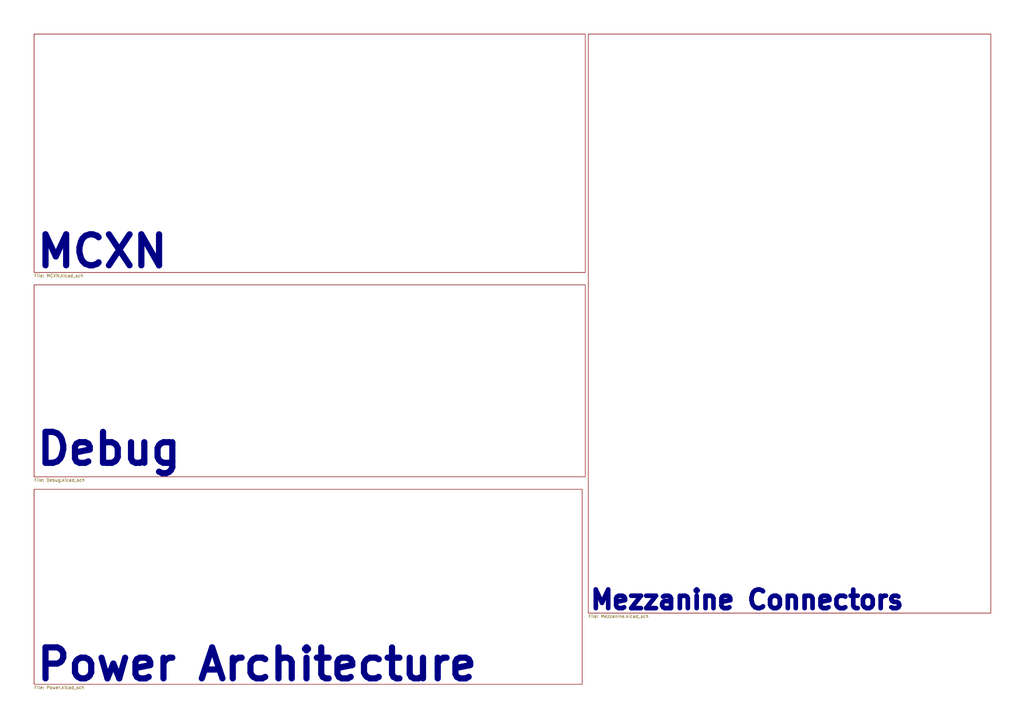
<source format=kicad_sch>
(kicad_sch
	(version 20250114)
	(generator "eeschema")
	(generator_version "9.0")
	(uuid "e3478264-8144-4891-a85f-e20358e93e76")
	(paper "A3")
	(title_block
		(title "OreSat Reaction Wheel Control Board (MCXN Version)")
		(rev "3")
		(company "Chris Kane-Pardy, Portland State Aerospace Society")
	)
	(lib_symbols)
	(sheet
		(at 13.97 200.66)
		(size 224.79 80.01)
		(exclude_from_sim no)
		(in_bom yes)
		(on_board yes)
		(dnp no)
		(stroke
			(width 0.1524)
			(type solid)
		)
		(fill
			(color 0 0 0 0.0000)
		)
		(uuid "14349772-60e7-4809-ad4a-e5259fbd4b18")
		(property "Sheetname" "Power Architecture"
			(at 13.97 279.908 0)
			(effects
				(font
					(size 12.7 12.7)
					(thickness 2.54)
					(bold yes)
					(color 0 0 132 1)
				)
				(justify left bottom)
			)
		)
		(property "Sheetfile" "Power.kicad_sch"
			(at 13.97 281.2546 0)
			(effects
				(font
					(size 1.27 1.27)
				)
				(justify left top)
			)
		)
		(instances
			(project "control-stage"
				(path "/e3478264-8144-4891-a85f-e20358e93e76"
					(page "5")
				)
			)
		)
	)
	(sheet
		(at 241.3 13.97)
		(size 165.1 237.49)
		(exclude_from_sim no)
		(in_bom yes)
		(on_board yes)
		(dnp no)
		(stroke
			(width 0.1524)
			(type solid)
		)
		(fill
			(color 0 0 0 0.0000)
		)
		(uuid "55d8045c-f21d-4f9d-a56c-9396b7520f64")
		(property "Sheetname" "Mezzanine Connectors"
			(at 241.3 250.444 0)
			(effects
				(font
					(size 7.62 7.62)
					(thickness 2.54)
					(bold yes)
					(color 0 0 132 1)
				)
				(justify left bottom)
			)
		)
		(property "Sheetfile" "Mezzanine.kicad_sch"
			(at 241.3 252.0446 0)
			(effects
				(font
					(size 1.27 1.27)
				)
				(justify left top)
			)
		)
		(instances
			(project "control-stage"
				(path "/e3478264-8144-4891-a85f-e20358e93e76"
					(page "3")
				)
			)
		)
	)
	(sheet
		(at 13.97 13.97)
		(size 226.06 97.79)
		(exclude_from_sim no)
		(in_bom yes)
		(on_board yes)
		(dnp no)
		(stroke
			(width 0.1524)
			(type solid)
		)
		(fill
			(color 0 0 0 0.0000)
		)
		(uuid "6a94c05d-ecc0-43cc-b4b4-0f75b4fec388")
		(property "Sheetname" "MCXN"
			(at 13.97 110.49 0)
			(effects
				(font
					(size 12.7 12.7)
					(thickness 2.54)
					(bold yes)
					(color 0 0 132 1)
				)
				(justify left bottom)
			)
		)
		(property "Sheetfile" "MCXN.kicad_sch"
			(at 13.97 112.3446 0)
			(effects
				(font
					(size 1.27 1.27)
				)
				(justify left top)
			)
		)
		(instances
			(project "control-stage"
				(path "/e3478264-8144-4891-a85f-e20358e93e76"
					(page "2")
				)
			)
		)
	)
	(sheet
		(at 13.97 116.84)
		(size 226.06 78.74)
		(exclude_from_sim no)
		(in_bom yes)
		(on_board yes)
		(dnp no)
		(stroke
			(width 0.1524)
			(type solid)
		)
		(fill
			(color 0 0 0 0.0000)
		)
		(uuid "a8fc29df-6015-4322-b00d-36def1d3ccaf")
		(property "Sheetname" "Debug"
			(at 13.97 191.516 0)
			(effects
				(font
					(size 12.7 12.7)
					(thickness 2.54)
					(bold yes)
					(color 0 0 132 1)
				)
				(justify left bottom)
			)
		)
		(property "Sheetfile" "Debug.kicad_sch"
			(at 13.97 196.1646 0)
			(effects
				(font
					(size 1.27 1.27)
				)
				(justify left top)
			)
		)
		(instances
			(project "control-stage"
				(path "/e3478264-8144-4891-a85f-e20358e93e76"
					(page "4")
				)
			)
		)
	)
	(sheet_instances
		(path "/"
			(page "1")
		)
	)
	(embedded_fonts no)
)

</source>
